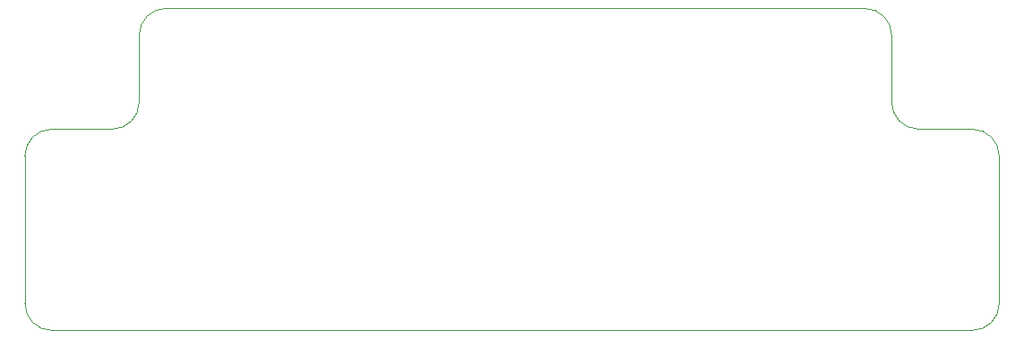
<source format=gbr>
%TF.GenerationSoftware,KiCad,Pcbnew,7.0.8*%
%TF.CreationDate,2024-02-12T21:11:38+01:00*%
%TF.ProjectId,HatV4,48617456-342e-46b6-9963-61645f706362,V2*%
%TF.SameCoordinates,Original*%
%TF.FileFunction,Profile,NP*%
%FSLAX46Y46*%
G04 Gerber Fmt 4.6, Leading zero omitted, Abs format (unit mm)*
G04 Created by KiCad (PCBNEW 7.0.8) date 2024-02-12 21:11:38*
%MOMM*%
%LPD*%
G01*
G04 APERTURE LIST*
%TA.AperFunction,Profile*%
%ADD10C,0.100000*%
%TD*%
G04 APERTURE END LIST*
D10*
X190017400Y-117119400D02*
X103022400Y-117119400D01*
X182397400Y-95529400D02*
X182397400Y-89179400D01*
X192557400Y-100609400D02*
G75*
G03*
X190017400Y-98069400I-2540000J0D01*
G01*
X182397400Y-95529400D02*
G75*
G03*
X184937400Y-98069400I2540000J0D01*
G01*
X113817400Y-86639400D02*
X113817400Y-86639400D01*
X192557400Y-100609400D02*
X192557400Y-114579400D01*
X107467400Y-98069400D02*
X108737400Y-98069400D01*
X190017400Y-117119400D02*
G75*
G03*
X192557400Y-114579400I0J2540000D01*
G01*
X103022400Y-98069400D02*
G75*
G03*
X100482400Y-100609400I0J-2540000D01*
G01*
X100482400Y-114579400D02*
X100482400Y-100609400D01*
X179857400Y-86639400D02*
X113817400Y-86639400D01*
X103022400Y-98069400D02*
X107467400Y-98069400D01*
X184937400Y-98069400D02*
X190017400Y-98069400D01*
X113817400Y-86639400D02*
G75*
G03*
X111277400Y-89179400I0J-2540000D01*
G01*
X108737400Y-98069400D02*
G75*
G03*
X111277400Y-95529400I0J2540000D01*
G01*
X100482400Y-114579400D02*
G75*
G03*
X103022400Y-117119400I2540000J0D01*
G01*
X182397400Y-89179400D02*
G75*
G03*
X179857400Y-86639400I-2540000J0D01*
G01*
X111277400Y-95529400D02*
X111277400Y-89179400D01*
M02*

</source>
